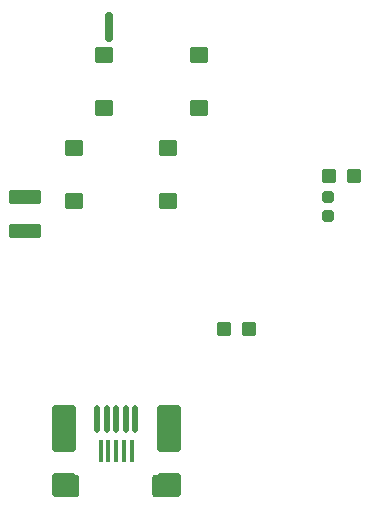
<source format=gbp>
%FSLAX44Y44*%
%MOMM*%
G71*
G01*
G75*
G04 Layer_Color=128*
G04:AMPARAMS|DCode=10|XSize=1mm|YSize=0.95mm|CornerRadius=0.1995mm|HoleSize=0mm|Usage=FLASHONLY|Rotation=90.000|XOffset=0mm|YOffset=0mm|HoleType=Round|Shape=RoundedRectangle|*
%AMROUNDEDRECTD10*
21,1,1.0000,0.5510,0,0,90.0*
21,1,0.6010,0.9500,0,0,90.0*
1,1,0.3990,0.2755,0.3005*
1,1,0.3990,0.2755,-0.3005*
1,1,0.3990,-0.2755,-0.3005*
1,1,0.3990,-0.2755,0.3005*
%
%ADD10ROUNDEDRECTD10*%
G04:AMPARAMS|DCode=11|XSize=1.05mm|YSize=0.65mm|CornerRadius=0.2015mm|HoleSize=0mm|Usage=FLASHONLY|Rotation=0.000|XOffset=0mm|YOffset=0mm|HoleType=Round|Shape=RoundedRectangle|*
%AMROUNDEDRECTD11*
21,1,1.0500,0.2470,0,0,0.0*
21,1,0.6470,0.6500,0,0,0.0*
1,1,0.4030,0.3235,-0.1235*
1,1,0.4030,-0.3235,-0.1235*
1,1,0.4030,-0.3235,0.1235*
1,1,0.4030,0.3235,0.1235*
%
%ADD11ROUNDEDRECTD11*%
G04:AMPARAMS|DCode=12|XSize=1mm|YSize=0.9mm|CornerRadius=0.198mm|HoleSize=0mm|Usage=FLASHONLY|Rotation=270.000|XOffset=0mm|YOffset=0mm|HoleType=Round|Shape=RoundedRectangle|*
%AMROUNDEDRECTD12*
21,1,1.0000,0.5040,0,0,270.0*
21,1,0.6040,0.9000,0,0,270.0*
1,1,0.3960,-0.2520,-0.3020*
1,1,0.3960,-0.2520,0.3020*
1,1,0.3960,0.2520,0.3020*
1,1,0.3960,0.2520,-0.3020*
%
%ADD12ROUNDEDRECTD12*%
G04:AMPARAMS|DCode=13|XSize=1.45mm|YSize=1.15mm|CornerRadius=0.2013mm|HoleSize=0mm|Usage=FLASHONLY|Rotation=270.000|XOffset=0mm|YOffset=0mm|HoleType=Round|Shape=RoundedRectangle|*
%AMROUNDEDRECTD13*
21,1,1.4500,0.7475,0,0,270.0*
21,1,1.0475,1.1500,0,0,270.0*
1,1,0.4025,-0.3738,-0.5238*
1,1,0.4025,-0.3738,0.5238*
1,1,0.4025,0.3738,0.5238*
1,1,0.4025,0.3738,-0.5238*
%
%ADD13ROUNDEDRECTD13*%
G04:AMPARAMS|DCode=14|XSize=2.5mm|YSize=2mm|CornerRadius=0.25mm|HoleSize=0mm|Usage=FLASHONLY|Rotation=270.000|XOffset=0mm|YOffset=0mm|HoleType=Round|Shape=RoundedRectangle|*
%AMROUNDEDRECTD14*
21,1,2.5000,1.5000,0,0,270.0*
21,1,2.0000,2.0000,0,0,270.0*
1,1,0.5000,-0.7500,-1.0000*
1,1,0.5000,-0.7500,1.0000*
1,1,0.5000,0.7500,1.0000*
1,1,0.5000,0.7500,-1.0000*
%
%ADD14ROUNDEDRECTD14*%
G04:AMPARAMS|DCode=15|XSize=1mm|YSize=0.9mm|CornerRadius=0.198mm|HoleSize=0mm|Usage=FLASHONLY|Rotation=0.000|XOffset=0mm|YOffset=0mm|HoleType=Round|Shape=RoundedRectangle|*
%AMROUNDEDRECTD15*
21,1,1.0000,0.5040,0,0,0.0*
21,1,0.6040,0.9000,0,0,0.0*
1,1,0.3960,0.3020,-0.2520*
1,1,0.3960,-0.3020,-0.2520*
1,1,0.3960,-0.3020,0.2520*
1,1,0.3960,0.3020,0.2520*
%
%ADD15ROUNDEDRECTD15*%
%ADD16O,0.5000X2.5000*%
%ADD17O,2.5000X0.5000*%
G04:AMPARAMS|DCode=18|XSize=0.7mm|YSize=1.5mm|CornerRadius=0.175mm|HoleSize=0mm|Usage=FLASHONLY|Rotation=180.000|XOffset=0mm|YOffset=0mm|HoleType=Round|Shape=RoundedRectangle|*
%AMROUNDEDRECTD18*
21,1,0.7000,1.1500,0,0,180.0*
21,1,0.3500,1.5000,0,0,180.0*
1,1,0.3500,-0.1750,0.5750*
1,1,0.3500,0.1750,0.5750*
1,1,0.3500,0.1750,-0.5750*
1,1,0.3500,-0.1750,-0.5750*
%
%ADD18ROUNDEDRECTD18*%
G04:AMPARAMS|DCode=19|XSize=0.8mm|YSize=2mm|CornerRadius=0.2mm|HoleSize=0mm|Usage=FLASHONLY|Rotation=0.000|XOffset=0mm|YOffset=0mm|HoleType=Round|Shape=RoundedRectangle|*
%AMROUNDEDRECTD19*
21,1,0.8000,1.6000,0,0,0.0*
21,1,0.4000,2.0000,0,0,0.0*
1,1,0.4000,0.2000,-0.8000*
1,1,0.4000,-0.2000,-0.8000*
1,1,0.4000,-0.2000,0.8000*
1,1,0.4000,0.2000,0.8000*
%
%ADD19ROUNDEDRECTD19*%
G04:AMPARAMS|DCode=20|XSize=0.7mm|YSize=1mm|CornerRadius=0.175mm|HoleSize=0mm|Usage=FLASHONLY|Rotation=180.000|XOffset=0mm|YOffset=0mm|HoleType=Round|Shape=RoundedRectangle|*
%AMROUNDEDRECTD20*
21,1,0.7000,0.6500,0,0,180.0*
21,1,0.3500,1.0000,0,0,180.0*
1,1,0.3500,-0.1750,0.3250*
1,1,0.3500,0.1750,0.3250*
1,1,0.3500,0.1750,-0.3250*
1,1,0.3500,-0.1750,-0.3250*
%
%ADD20ROUNDEDRECTD20*%
G04:AMPARAMS|DCode=21|XSize=1.2mm|YSize=2mm|CornerRadius=0.3mm|HoleSize=0mm|Usage=FLASHONLY|Rotation=180.000|XOffset=0mm|YOffset=0mm|HoleType=Round|Shape=RoundedRectangle|*
%AMROUNDEDRECTD21*
21,1,1.2000,1.4000,0,0,180.0*
21,1,0.6000,2.0000,0,0,180.0*
1,1,0.6000,-0.3000,0.7000*
1,1,0.6000,0.3000,0.7000*
1,1,0.6000,0.3000,-0.7000*
1,1,0.6000,-0.3000,-0.7000*
%
%ADD21ROUNDEDRECTD21*%
G04:AMPARAMS|DCode=22|XSize=1mm|YSize=0.95mm|CornerRadius=0.1995mm|HoleSize=0mm|Usage=FLASHONLY|Rotation=180.000|XOffset=0mm|YOffset=0mm|HoleType=Round|Shape=RoundedRectangle|*
%AMROUNDEDRECTD22*
21,1,1.0000,0.5510,0,0,180.0*
21,1,0.6010,0.9500,0,0,180.0*
1,1,0.3990,-0.3005,0.2755*
1,1,0.3990,0.3005,0.2755*
1,1,0.3990,0.3005,-0.2755*
1,1,0.3990,-0.3005,-0.2755*
%
%ADD22ROUNDEDRECTD22*%
%ADD23R,0.4000X1.4000*%
G04:AMPARAMS|DCode=24|XSize=1.8mm|YSize=1.9mm|CornerRadius=0.45mm|HoleSize=0mm|Usage=FLASHONLY|Rotation=0.000|XOffset=0mm|YOffset=0mm|HoleType=Round|Shape=RoundedRectangle|*
%AMROUNDEDRECTD24*
21,1,1.8000,1.0000,0,0,0.0*
21,1,0.9000,1.9000,0,0,0.0*
1,1,0.9000,0.4500,-0.5000*
1,1,0.9000,-0.4500,-0.5000*
1,1,0.9000,-0.4500,0.5000*
1,1,0.9000,0.4500,0.5000*
%
%ADD24ROUNDEDRECTD24*%
%ADD25O,0.7000X2.5000*%
%ADD26O,2.5000X0.7000*%
G04:AMPARAMS|DCode=27|XSize=1.1mm|YSize=0.6mm|CornerRadius=0.201mm|HoleSize=0mm|Usage=FLASHONLY|Rotation=180.000|XOffset=0mm|YOffset=0mm|HoleType=Round|Shape=RoundedRectangle|*
%AMROUNDEDRECTD27*
21,1,1.1000,0.1980,0,0,180.0*
21,1,0.6980,0.6000,0,0,180.0*
1,1,0.4020,-0.3490,0.0990*
1,1,0.4020,0.3490,0.0990*
1,1,0.4020,0.3490,-0.0990*
1,1,0.4020,-0.3490,-0.0990*
%
%ADD27ROUNDEDRECTD27*%
G04:AMPARAMS|DCode=28|XSize=2.3mm|YSize=0.5mm|CornerRadius=0.2mm|HoleSize=0mm|Usage=FLASHONLY|Rotation=90.000|XOffset=0mm|YOffset=0mm|HoleType=Round|Shape=RoundedRectangle|*
%AMROUNDEDRECTD28*
21,1,2.3000,0.1000,0,0,90.0*
21,1,1.9000,0.5000,0,0,90.0*
1,1,0.4000,0.0500,0.9500*
1,1,0.4000,0.0500,-0.9500*
1,1,0.4000,-0.0500,-0.9500*
1,1,0.4000,-0.0500,0.9500*
%
%ADD28ROUNDEDRECTD28*%
G04:AMPARAMS|DCode=29|XSize=2.5mm|YSize=2mm|CornerRadius=0.2mm|HoleSize=0mm|Usage=FLASHONLY|Rotation=90.000|XOffset=0mm|YOffset=0mm|HoleType=Round|Shape=RoundedRectangle|*
%AMROUNDEDRECTD29*
21,1,2.5000,1.6000,0,0,90.0*
21,1,2.1000,2.0000,0,0,90.0*
1,1,0.4000,0.8000,1.0500*
1,1,0.4000,0.8000,-1.0500*
1,1,0.4000,-0.8000,-1.0500*
1,1,0.4000,-0.8000,1.0500*
%
%ADD29ROUNDEDRECTD29*%
G04:AMPARAMS|DCode=30|XSize=2.5mm|YSize=1.7mm|CornerRadius=0.204mm|HoleSize=0mm|Usage=FLASHONLY|Rotation=0.000|XOffset=0mm|YOffset=0mm|HoleType=Round|Shape=RoundedRectangle|*
%AMROUNDEDRECTD30*
21,1,2.5000,1.2920,0,0,0.0*
21,1,2.0920,1.7000,0,0,0.0*
1,1,0.4080,1.0460,-0.6460*
1,1,0.4080,-1.0460,-0.6460*
1,1,0.4080,-1.0460,0.6460*
1,1,0.4080,1.0460,0.6460*
%
%ADD30ROUNDEDRECTD30*%
G04:AMPARAMS|DCode=31|XSize=0.5mm|YSize=0.6mm|CornerRadius=0.1625mm|HoleSize=0mm|Usage=FLASHONLY|Rotation=270.000|XOffset=0mm|YOffset=0mm|HoleType=Round|Shape=RoundedRectangle|*
%AMROUNDEDRECTD31*
21,1,0.5000,0.2750,0,0,270.0*
21,1,0.1750,0.6000,0,0,270.0*
1,1,0.3250,-0.1375,-0.0875*
1,1,0.3250,-0.1375,0.0875*
1,1,0.3250,0.1375,0.0875*
1,1,0.3250,0.1375,-0.0875*
%
%ADD31ROUNDEDRECTD31*%
G04:AMPARAMS|DCode=32|XSize=0.67mm|YSize=0.67mm|CornerRadius=0.1508mm|HoleSize=0mm|Usage=FLASHONLY|Rotation=270.000|XOffset=0mm|YOffset=0mm|HoleType=Round|Shape=RoundedRectangle|*
%AMROUNDEDRECTD32*
21,1,0.6700,0.3685,0,0,270.0*
21,1,0.3685,0.6700,0,0,270.0*
1,1,0.3015,-0.1843,-0.1843*
1,1,0.3015,-0.1843,0.1843*
1,1,0.3015,0.1843,0.1843*
1,1,0.3015,0.1843,-0.1843*
%
%ADD32ROUNDEDRECTD32*%
G04:AMPARAMS|DCode=33|XSize=1.05mm|YSize=0.65mm|CornerRadius=0.2015mm|HoleSize=0mm|Usage=FLASHONLY|Rotation=90.000|XOffset=0mm|YOffset=0mm|HoleType=Round|Shape=RoundedRectangle|*
%AMROUNDEDRECTD33*
21,1,1.0500,0.2470,0,0,90.0*
21,1,0.6470,0.6500,0,0,90.0*
1,1,0.4030,0.1235,0.3235*
1,1,0.4030,0.1235,-0.3235*
1,1,0.4030,-0.1235,-0.3235*
1,1,0.4030,-0.1235,0.3235*
%
%ADD33ROUNDEDRECTD33*%
G04:AMPARAMS|DCode=34|XSize=2.5mm|YSize=1.7mm|CornerRadius=0.204mm|HoleSize=0mm|Usage=FLASHONLY|Rotation=90.000|XOffset=0mm|YOffset=0mm|HoleType=Round|Shape=RoundedRectangle|*
%AMROUNDEDRECTD34*
21,1,2.5000,1.2920,0,0,90.0*
21,1,2.0920,1.7000,0,0,90.0*
1,1,0.4080,0.6460,1.0460*
1,1,0.4080,0.6460,-1.0460*
1,1,0.4080,-0.6460,-1.0460*
1,1,0.4080,-0.6460,1.0460*
%
%ADD34ROUNDEDRECTD34*%
%ADD35R,0.4000X1.6000*%
%ADD36C,0.5000*%
%ADD37C,1.2000*%
%ADD38C,0.4000*%
%ADD39C,1.8500*%
%ADD40C,2.2000*%
%ADD41C,1.7000*%
%ADD42C,0.5000*%
G04:AMPARAMS|DCode=43|XSize=1.85mm|YSize=1.85mm|CornerRadius=0.2313mm|HoleSize=0mm|Usage=FLASHONLY|Rotation=270.000|XOffset=0mm|YOffset=0mm|HoleType=Round|Shape=RoundedRectangle|*
%AMROUNDEDRECTD43*
21,1,1.8500,1.3875,0,0,270.0*
21,1,1.3875,1.8500,0,0,270.0*
1,1,0.4625,-0.6937,-0.6937*
1,1,0.4625,-0.6937,0.6937*
1,1,0.4625,0.6937,0.6937*
1,1,0.4625,0.6937,-0.6937*
%
%ADD43ROUNDEDRECTD43*%
%ADD44C,1.8000*%
%ADD45C,2.5000*%
%ADD46C,1.3000*%
G04:AMPARAMS|DCode=47|XSize=1.3mm|YSize=1.3mm|CornerRadius=0.1625mm|HoleSize=0mm|Usage=FLASHONLY|Rotation=180.000|XOffset=0mm|YOffset=0mm|HoleType=Round|Shape=RoundedRectangle|*
%AMROUNDEDRECTD47*
21,1,1.3000,0.9750,0,0,180.0*
21,1,0.9750,1.3000,0,0,180.0*
1,1,0.3250,-0.4875,0.4875*
1,1,0.3250,0.4875,0.4875*
1,1,0.3250,0.4875,-0.4875*
1,1,0.3250,-0.4875,-0.4875*
%
%ADD47ROUNDEDRECTD47*%
%ADD48C,2.0000*%
G04:AMPARAMS|DCode=49|XSize=2mm|YSize=2mm|CornerRadius=0.25mm|HoleSize=0mm|Usage=FLASHONLY|Rotation=0.000|XOffset=0mm|YOffset=0mm|HoleType=Round|Shape=RoundedRectangle|*
%AMROUNDEDRECTD49*
21,1,2.0000,1.5000,0,0,0.0*
21,1,1.5000,2.0000,0,0,0.0*
1,1,0.5000,0.7500,-0.7500*
1,1,0.5000,-0.7500,-0.7500*
1,1,0.5000,-0.7500,0.7500*
1,1,0.5000,0.7500,0.7500*
%
%ADD49ROUNDEDRECTD49*%
G04:AMPARAMS|DCode=50|XSize=2.2mm|YSize=2.2mm|CornerRadius=0.275mm|HoleSize=0mm|Usage=FLASHONLY|Rotation=90.000|XOffset=0mm|YOffset=0mm|HoleType=Round|Shape=RoundedRectangle|*
%AMROUNDEDRECTD50*
21,1,2.2000,1.6500,0,0,90.0*
21,1,1.6500,2.2000,0,0,90.0*
1,1,0.5500,0.8250,0.8250*
1,1,0.5500,0.8250,-0.8250*
1,1,0.5500,-0.8250,-0.8250*
1,1,0.5500,-0.8250,0.8250*
%
%ADD50ROUNDEDRECTD50*%
G04:AMPARAMS|DCode=51|XSize=1.4mm|YSize=1.4mm|CornerRadius=0.175mm|HoleSize=0mm|Usage=FLASHONLY|Rotation=0.000|XOffset=0mm|YOffset=0mm|HoleType=Round|Shape=RoundedRectangle|*
%AMROUNDEDRECTD51*
21,1,1.4000,1.0500,0,0,0.0*
21,1,1.0500,1.4000,0,0,0.0*
1,1,0.3500,0.5250,-0.5250*
1,1,0.3500,-0.5250,-0.5250*
1,1,0.3500,-0.5250,0.5250*
1,1,0.3500,0.5250,0.5250*
%
%ADD51ROUNDEDRECTD51*%
G04:AMPARAMS|DCode=52|XSize=1mm|YSize=1mm|CornerRadius=0.25mm|HoleSize=0mm|Usage=FLASHONLY|Rotation=90.000|XOffset=0mm|YOffset=0mm|HoleType=Round|Shape=RoundedRectangle|*
%AMROUNDEDRECTD52*
21,1,1.0000,0.5000,0,0,90.0*
21,1,0.5000,1.0000,0,0,90.0*
1,1,0.5000,0.2500,0.2500*
1,1,0.5000,0.2500,-0.2500*
1,1,0.5000,-0.2500,-0.2500*
1,1,0.5000,-0.2500,0.2500*
%
%ADD52ROUNDEDRECTD52*%
%ADD53C,0.1000*%
%ADD54C,7.0000*%
G04:AMPARAMS|DCode=55|XSize=0.9mm|YSize=2.8mm|CornerRadius=0.225mm|HoleSize=0mm|Usage=FLASHONLY|Rotation=90.000|XOffset=0mm|YOffset=0mm|HoleType=Round|Shape=RoundedRectangle|*
%AMROUNDEDRECTD55*
21,1,0.9000,2.3500,0,0,90.0*
21,1,0.4500,2.8000,0,0,90.0*
1,1,0.4500,1.1750,0.2250*
1,1,0.4500,1.1750,-0.2250*
1,1,0.4500,-1.1750,-0.2250*
1,1,0.4500,-1.1750,0.2250*
%
%ADD55ROUNDEDRECTD55*%
%ADD56C,2.7000*%
%ADD57C,1.2000*%
%ADD58C,0.8000*%
G04:AMPARAMS|DCode=59|XSize=2mm|YSize=2mm|CornerRadius=0.2mm|HoleSize=0mm|Usage=FLASHONLY|Rotation=90.000|XOffset=0mm|YOffset=0mm|HoleType=Round|Shape=RoundedRectangle|*
%AMROUNDEDRECTD59*
21,1,2.0000,1.6000,0,0,90.0*
21,1,1.6000,2.0000,0,0,90.0*
1,1,0.4000,0.8000,0.8000*
1,1,0.4000,0.8000,-0.8000*
1,1,0.4000,-0.8000,-0.8000*
1,1,0.4000,-0.8000,0.8000*
%
%ADD59ROUNDEDRECTD59*%
G04:AMPARAMS|DCode=60|XSize=1.7mm|YSize=1.9mm|CornerRadius=0.2125mm|HoleSize=0mm|Usage=FLASHONLY|Rotation=180.000|XOffset=0mm|YOffset=0mm|HoleType=Round|Shape=RoundedRectangle|*
%AMROUNDEDRECTD60*
21,1,1.7000,1.4750,0,0,180.0*
21,1,1.2750,1.9000,0,0,180.0*
1,1,0.4250,-0.6375,0.7375*
1,1,0.4250,0.6375,0.7375*
1,1,0.4250,0.6375,-0.7375*
1,1,0.4250,-0.6375,-0.7375*
%
%ADD60ROUNDEDRECTD60*%
G04:AMPARAMS|DCode=61|XSize=1.8mm|YSize=1.9mm|CornerRadius=0.225mm|HoleSize=0mm|Usage=FLASHONLY|Rotation=180.000|XOffset=0mm|YOffset=0mm|HoleType=Round|Shape=RoundedRectangle|*
%AMROUNDEDRECTD61*
21,1,1.8000,1.4500,0,0,180.0*
21,1,1.3500,1.9000,0,0,180.0*
1,1,0.4500,-0.6750,0.7250*
1,1,0.4500,0.6750,0.7250*
1,1,0.4500,0.6750,-0.7250*
1,1,0.4500,-0.6750,-0.7250*
%
%ADD61ROUNDEDRECTD61*%
G04:AMPARAMS|DCode=62|XSize=1.6mm|YSize=1.3mm|CornerRadius=0.2015mm|HoleSize=0mm|Usage=FLASHONLY|Rotation=180.000|XOffset=0mm|YOffset=0mm|HoleType=Round|Shape=RoundedRectangle|*
%AMROUNDEDRECTD62*
21,1,1.6000,0.8970,0,0,180.0*
21,1,1.1970,1.3000,0,0,180.0*
1,1,0.4030,-0.5985,0.4485*
1,1,0.4030,0.5985,0.4485*
1,1,0.4030,0.5985,-0.4485*
1,1,0.4030,-0.5985,-0.4485*
%
%ADD62ROUNDEDRECTD62*%
G04:AMPARAMS|DCode=63|XSize=2.7mm|YSize=1.2mm|CornerRadius=0.21mm|HoleSize=0mm|Usage=FLASHONLY|Rotation=0.000|XOffset=0mm|YOffset=0mm|HoleType=Round|Shape=RoundedRectangle|*
%AMROUNDEDRECTD63*
21,1,2.7000,0.7800,0,0,0.0*
21,1,2.2800,1.2000,0,0,0.0*
1,1,0.4200,1.1400,-0.3900*
1,1,0.4200,-1.1400,-0.3900*
1,1,0.4200,-1.1400,0.3900*
1,1,0.4200,1.1400,0.3900*
%
%ADD63ROUNDEDRECTD63*%
G04:AMPARAMS|DCode=64|XSize=1.2mm|YSize=1.2mm|CornerRadius=0.198mm|HoleSize=0mm|Usage=FLASHONLY|Rotation=0.000|XOffset=0mm|YOffset=0mm|HoleType=Round|Shape=RoundedRectangle|*
%AMROUNDEDRECTD64*
21,1,1.2000,0.8040,0,0,0.0*
21,1,0.8040,1.2000,0,0,0.0*
1,1,0.3960,0.4020,-0.4020*
1,1,0.3960,-0.4020,-0.4020*
1,1,0.3960,-0.4020,0.4020*
1,1,0.3960,0.4020,0.4020*
%
%ADD64ROUNDEDRECTD64*%
G04:AMPARAMS|DCode=65|XSize=0.7mm|YSize=2.5mm|CornerRadius=0.175mm|HoleSize=0mm|Usage=FLASHONLY|Rotation=0.000|XOffset=0mm|YOffset=0mm|HoleType=Round|Shape=RoundedRectangle|*
%AMROUNDEDRECTD65*
21,1,0.7000,2.1500,0,0,0.0*
21,1,0.3500,2.5000,0,0,0.0*
1,1,0.3500,0.1750,-1.0750*
1,1,0.3500,-0.1750,-1.0750*
1,1,0.3500,-0.1750,1.0750*
1,1,0.3500,0.1750,1.0750*
%
%ADD65ROUNDEDRECTD65*%
%ADD66C,0.3000*%
%ADD67C,5.0000*%
%ADD68C,0.2000*%
%ADD69C,0.2500*%
%ADD70C,0.1500*%
%ADD71C,0.1000*%
%ADD72C,0.2540*%
G04:AMPARAMS|DCode=73|XSize=1.15mm|YSize=1.1mm|CornerRadius=0.2745mm|HoleSize=0mm|Usage=FLASHONLY|Rotation=90.000|XOffset=0mm|YOffset=0mm|HoleType=Round|Shape=RoundedRectangle|*
%AMROUNDEDRECTD73*
21,1,1.1500,0.5510,0,0,90.0*
21,1,0.6010,1.1000,0,0,90.0*
1,1,0.5490,0.2755,0.3005*
1,1,0.5490,0.2755,-0.3005*
1,1,0.5490,-0.2755,-0.3005*
1,1,0.5490,-0.2755,0.3005*
%
%ADD73ROUNDEDRECTD73*%
G04:AMPARAMS|DCode=74|XSize=1.2mm|YSize=0.8mm|CornerRadius=0.2765mm|HoleSize=0mm|Usage=FLASHONLY|Rotation=0.000|XOffset=0mm|YOffset=0mm|HoleType=Round|Shape=RoundedRectangle|*
%AMROUNDEDRECTD74*
21,1,1.2000,0.2470,0,0,0.0*
21,1,0.6470,0.8000,0,0,0.0*
1,1,0.5530,0.3235,-0.1235*
1,1,0.5530,-0.3235,-0.1235*
1,1,0.5530,-0.3235,0.1235*
1,1,0.5530,0.3235,0.1235*
%
%ADD74ROUNDEDRECTD74*%
G04:AMPARAMS|DCode=75|XSize=1.15mm|YSize=1.05mm|CornerRadius=0.273mm|HoleSize=0mm|Usage=FLASHONLY|Rotation=270.000|XOffset=0mm|YOffset=0mm|HoleType=Round|Shape=RoundedRectangle|*
%AMROUNDEDRECTD75*
21,1,1.1500,0.5040,0,0,270.0*
21,1,0.6040,1.0500,0,0,270.0*
1,1,0.5460,-0.2520,-0.3020*
1,1,0.5460,-0.2520,0.3020*
1,1,0.5460,0.2520,0.3020*
1,1,0.5460,0.2520,-0.3020*
%
%ADD75ROUNDEDRECTD75*%
G04:AMPARAMS|DCode=76|XSize=1.6mm|YSize=1.3mm|CornerRadius=0.2763mm|HoleSize=0mm|Usage=FLASHONLY|Rotation=270.000|XOffset=0mm|YOffset=0mm|HoleType=Round|Shape=RoundedRectangle|*
%AMROUNDEDRECTD76*
21,1,1.6000,0.7475,0,0,270.0*
21,1,1.0475,1.3000,0,0,270.0*
1,1,0.5525,-0.3738,-0.5238*
1,1,0.5525,-0.3738,0.5238*
1,1,0.5525,0.3738,0.5238*
1,1,0.5525,0.3738,-0.5238*
%
%ADD76ROUNDEDRECTD76*%
G04:AMPARAMS|DCode=77|XSize=2.7032mm|YSize=2.2032mm|CornerRadius=0.3516mm|HoleSize=0mm|Usage=FLASHONLY|Rotation=270.000|XOffset=0mm|YOffset=0mm|HoleType=Round|Shape=RoundedRectangle|*
%AMROUNDEDRECTD77*
21,1,2.7032,1.5000,0,0,270.0*
21,1,2.0000,2.2032,0,0,270.0*
1,1,0.7032,-0.7500,-1.0000*
1,1,0.7032,-0.7500,1.0000*
1,1,0.7032,0.7500,1.0000*
1,1,0.7032,0.7500,-1.0000*
%
%ADD77ROUNDEDRECTD77*%
G04:AMPARAMS|DCode=78|XSize=1.15mm|YSize=1.05mm|CornerRadius=0.273mm|HoleSize=0mm|Usage=FLASHONLY|Rotation=0.000|XOffset=0mm|YOffset=0mm|HoleType=Round|Shape=RoundedRectangle|*
%AMROUNDEDRECTD78*
21,1,1.1500,0.5040,0,0,0.0*
21,1,0.6040,1.0500,0,0,0.0*
1,1,0.5460,0.3020,-0.2520*
1,1,0.5460,-0.3020,-0.2520*
1,1,0.5460,-0.3020,0.2520*
1,1,0.5460,0.3020,0.2520*
%
%ADD78ROUNDEDRECTD78*%
G04:AMPARAMS|DCode=79|XSize=1.0032mm|YSize=2.2032mm|CornerRadius=0.3016mm|HoleSize=0mm|Usage=FLASHONLY|Rotation=0.000|XOffset=0mm|YOffset=0mm|HoleType=Round|Shape=RoundedRectangle|*
%AMROUNDEDRECTD79*
21,1,1.0032,1.6000,0,0,0.0*
21,1,0.4000,2.2032,0,0,0.0*
1,1,0.6032,0.2000,-0.8000*
1,1,0.6032,-0.2000,-0.8000*
1,1,0.6032,-0.2000,0.8000*
1,1,0.6032,0.2000,0.8000*
%
%ADD79ROUNDEDRECTD79*%
G04:AMPARAMS|DCode=80|XSize=0.9032mm|YSize=1.2032mm|CornerRadius=0.2766mm|HoleSize=0mm|Usage=FLASHONLY|Rotation=180.000|XOffset=0mm|YOffset=0mm|HoleType=Round|Shape=RoundedRectangle|*
%AMROUNDEDRECTD80*
21,1,0.9032,0.6500,0,0,180.0*
21,1,0.3500,1.2032,0,0,180.0*
1,1,0.5532,-0.1750,0.3250*
1,1,0.5532,0.1750,0.3250*
1,1,0.5532,0.1750,-0.3250*
1,1,0.5532,-0.1750,-0.3250*
%
%ADD80ROUNDEDRECTD80*%
G04:AMPARAMS|DCode=81|XSize=1.3mm|YSize=2.1mm|CornerRadius=0.35mm|HoleSize=0mm|Usage=FLASHONLY|Rotation=180.000|XOffset=0mm|YOffset=0mm|HoleType=Round|Shape=RoundedRectangle|*
%AMROUNDEDRECTD81*
21,1,1.3000,1.4000,0,0,180.0*
21,1,0.6000,2.1000,0,0,180.0*
1,1,0.7000,-0.3000,0.7000*
1,1,0.7000,0.3000,0.7000*
1,1,0.7000,0.3000,-0.7000*
1,1,0.7000,-0.3000,-0.7000*
%
%ADD81ROUNDEDRECTD81*%
G04:AMPARAMS|DCode=82|XSize=1.15mm|YSize=1.1mm|CornerRadius=0.2745mm|HoleSize=0mm|Usage=FLASHONLY|Rotation=180.000|XOffset=0mm|YOffset=0mm|HoleType=Round|Shape=RoundedRectangle|*
%AMROUNDEDRECTD82*
21,1,1.1500,0.5510,0,0,180.0*
21,1,0.6010,1.1000,0,0,180.0*
1,1,0.5490,-0.3005,0.2755*
1,1,0.5490,0.3005,0.2755*
1,1,0.5490,0.3005,-0.2755*
1,1,0.5490,-0.3005,-0.2755*
%
%ADD82ROUNDEDRECTD82*%
%ADD83R,0.6032X1.6032*%
G04:AMPARAMS|DCode=84|XSize=2.0032mm|YSize=2.1032mm|CornerRadius=0.5516mm|HoleSize=0mm|Usage=FLASHONLY|Rotation=0.000|XOffset=0mm|YOffset=0mm|HoleType=Round|Shape=RoundedRectangle|*
%AMROUNDEDRECTD84*
21,1,2.0032,1.0000,0,0,0.0*
21,1,0.9000,2.1032,0,0,0.0*
1,1,1.1032,0.4500,-0.5000*
1,1,1.1032,-0.4500,-0.5000*
1,1,1.1032,-0.4500,0.5000*
1,1,1.1032,0.4500,0.5000*
%
%ADD84ROUNDEDRECTD84*%
%ADD85O,0.8500X2.6500*%
%ADD86O,2.6500X0.8500*%
G04:AMPARAMS|DCode=87|XSize=1.25mm|YSize=0.75mm|CornerRadius=0.276mm|HoleSize=0mm|Usage=FLASHONLY|Rotation=180.000|XOffset=0mm|YOffset=0mm|HoleType=Round|Shape=RoundedRectangle|*
%AMROUNDEDRECTD87*
21,1,1.2500,0.1980,0,0,180.0*
21,1,0.6980,0.7500,0,0,180.0*
1,1,0.5520,-0.3490,0.0990*
1,1,0.5520,0.3490,0.0990*
1,1,0.5520,0.3490,-0.0990*
1,1,0.5520,-0.3490,-0.0990*
%
%ADD87ROUNDEDRECTD87*%
G04:AMPARAMS|DCode=88|XSize=2.45mm|YSize=0.65mm|CornerRadius=0.275mm|HoleSize=0mm|Usage=FLASHONLY|Rotation=90.000|XOffset=0mm|YOffset=0mm|HoleType=Round|Shape=RoundedRectangle|*
%AMROUNDEDRECTD88*
21,1,2.4500,0.1000,0,0,90.0*
21,1,1.9000,0.6500,0,0,90.0*
1,1,0.5500,0.0500,0.9500*
1,1,0.5500,0.0500,-0.9500*
1,1,0.5500,-0.0500,-0.9500*
1,1,0.5500,-0.0500,0.9500*
%
%ADD88ROUNDEDRECTD88*%
G04:AMPARAMS|DCode=89|XSize=2.65mm|YSize=2.15mm|CornerRadius=0.275mm|HoleSize=0mm|Usage=FLASHONLY|Rotation=90.000|XOffset=0mm|YOffset=0mm|HoleType=Round|Shape=RoundedRectangle|*
%AMROUNDEDRECTD89*
21,1,2.6500,1.6000,0,0,90.0*
21,1,2.1000,2.1500,0,0,90.0*
1,1,0.5500,0.8000,1.0500*
1,1,0.5500,0.8000,-1.0500*
1,1,0.5500,-0.8000,-1.0500*
1,1,0.5500,-0.8000,1.0500*
%
%ADD89ROUNDEDRECTD89*%
G04:AMPARAMS|DCode=90|XSize=2.65mm|YSize=1.85mm|CornerRadius=0.279mm|HoleSize=0mm|Usage=FLASHONLY|Rotation=0.000|XOffset=0mm|YOffset=0mm|HoleType=Round|Shape=RoundedRectangle|*
%AMROUNDEDRECTD90*
21,1,2.6500,1.2920,0,0,0.0*
21,1,2.0920,1.8500,0,0,0.0*
1,1,0.5580,1.0460,-0.6460*
1,1,0.5580,-1.0460,-0.6460*
1,1,0.5580,-1.0460,0.6460*
1,1,0.5580,1.0460,0.6460*
%
%ADD90ROUNDEDRECTD90*%
G04:AMPARAMS|DCode=91|XSize=0.6mm|YSize=0.7mm|CornerRadius=0.2125mm|HoleSize=0mm|Usage=FLASHONLY|Rotation=270.000|XOffset=0mm|YOffset=0mm|HoleType=Round|Shape=RoundedRectangle|*
%AMROUNDEDRECTD91*
21,1,0.6000,0.2750,0,0,270.0*
21,1,0.1750,0.7000,0,0,270.0*
1,1,0.4250,-0.1375,-0.0875*
1,1,0.4250,-0.1375,0.0875*
1,1,0.4250,0.1375,0.0875*
1,1,0.4250,0.1375,-0.0875*
%
%ADD91ROUNDEDRECTD91*%
G04:AMPARAMS|DCode=92|XSize=0.77mm|YSize=0.77mm|CornerRadius=0.2008mm|HoleSize=0mm|Usage=FLASHONLY|Rotation=270.000|XOffset=0mm|YOffset=0mm|HoleType=Round|Shape=RoundedRectangle|*
%AMROUNDEDRECTD92*
21,1,0.7700,0.3685,0,0,270.0*
21,1,0.3685,0.7700,0,0,270.0*
1,1,0.4015,-0.1843,-0.1843*
1,1,0.4015,-0.1843,0.1843*
1,1,0.4015,0.1843,0.1843*
1,1,0.4015,0.1843,-0.1843*
%
%ADD92ROUNDEDRECTD92*%
G04:AMPARAMS|DCode=93|XSize=1.2mm|YSize=0.8mm|CornerRadius=0.2765mm|HoleSize=0mm|Usage=FLASHONLY|Rotation=90.000|XOffset=0mm|YOffset=0mm|HoleType=Round|Shape=RoundedRectangle|*
%AMROUNDEDRECTD93*
21,1,1.2000,0.2470,0,0,90.0*
21,1,0.6470,0.8000,0,0,90.0*
1,1,0.5530,0.1235,0.3235*
1,1,0.5530,0.1235,-0.3235*
1,1,0.5530,-0.1235,-0.3235*
1,1,0.5530,-0.1235,0.3235*
%
%ADD93ROUNDEDRECTD93*%
G04:AMPARAMS|DCode=94|XSize=2.65mm|YSize=1.85mm|CornerRadius=0.279mm|HoleSize=0mm|Usage=FLASHONLY|Rotation=90.000|XOffset=0mm|YOffset=0mm|HoleType=Round|Shape=RoundedRectangle|*
%AMROUNDEDRECTD94*
21,1,2.6500,1.2920,0,0,90.0*
21,1,2.0920,1.8500,0,0,90.0*
1,1,0.5580,0.6460,1.0460*
1,1,0.5580,0.6460,-1.0460*
1,1,0.5580,-0.6460,-1.0460*
1,1,0.5580,-0.6460,1.0460*
%
%ADD94ROUNDEDRECTD94*%
%ADD95R,0.6032X1.8032*%
%ADD96C,2.3500*%
%ADD97C,1.8500*%
G04:AMPARAMS|DCode=98|XSize=2mm|YSize=2mm|CornerRadius=0.3063mm|HoleSize=0mm|Usage=FLASHONLY|Rotation=270.000|XOffset=0mm|YOffset=0mm|HoleType=Round|Shape=RoundedRectangle|*
%AMROUNDEDRECTD98*
21,1,2.0000,1.3875,0,0,270.0*
21,1,1.3875,2.0000,0,0,270.0*
1,1,0.6125,-0.6937,-0.6937*
1,1,0.6125,-0.6937,0.6937*
1,1,0.6125,0.6937,0.6937*
1,1,0.6125,0.6937,-0.6937*
%
%ADD98ROUNDEDRECTD98*%
%ADD99C,1.9500*%
%ADD100C,2.7032*%
%ADD101C,1.5032*%
G04:AMPARAMS|DCode=102|XSize=1.5032mm|YSize=1.5032mm|CornerRadius=0.2641mm|HoleSize=0mm|Usage=FLASHONLY|Rotation=180.000|XOffset=0mm|YOffset=0mm|HoleType=Round|Shape=RoundedRectangle|*
%AMROUNDEDRECTD102*
21,1,1.5032,0.9750,0,0,180.0*
21,1,0.9750,1.5032,0,0,180.0*
1,1,0.5282,-0.4875,0.4875*
1,1,0.5282,0.4875,0.4875*
1,1,0.5282,0.4875,-0.4875*
1,1,0.5282,-0.4875,-0.4875*
%
%ADD102ROUNDEDRECTD102*%
%ADD103C,2.1500*%
G04:AMPARAMS|DCode=104|XSize=2.15mm|YSize=2.15mm|CornerRadius=0.325mm|HoleSize=0mm|Usage=FLASHONLY|Rotation=0.000|XOffset=0mm|YOffset=0mm|HoleType=Round|Shape=RoundedRectangle|*
%AMROUNDEDRECTD104*
21,1,2.1500,1.5000,0,0,0.0*
21,1,1.5000,2.1500,0,0,0.0*
1,1,0.6500,0.7500,-0.7500*
1,1,0.6500,-0.7500,-0.7500*
1,1,0.6500,-0.7500,0.7500*
1,1,0.6500,0.7500,0.7500*
%
%ADD104ROUNDEDRECTD104*%
G04:AMPARAMS|DCode=105|XSize=2.35mm|YSize=2.35mm|CornerRadius=0.35mm|HoleSize=0mm|Usage=FLASHONLY|Rotation=90.000|XOffset=0mm|YOffset=0mm|HoleType=Round|Shape=RoundedRectangle|*
%AMROUNDEDRECTD105*
21,1,2.3500,1.6500,0,0,90.0*
21,1,1.6500,2.3500,0,0,90.0*
1,1,0.7000,0.8250,0.8250*
1,1,0.7000,0.8250,-0.8250*
1,1,0.7000,-0.8250,-0.8250*
1,1,0.7000,-0.8250,0.8250*
%
%ADD105ROUNDEDRECTD105*%
G04:AMPARAMS|DCode=106|XSize=1.55mm|YSize=1.55mm|CornerRadius=0.25mm|HoleSize=0mm|Usage=FLASHONLY|Rotation=0.000|XOffset=0mm|YOffset=0mm|HoleType=Round|Shape=RoundedRectangle|*
%AMROUNDEDRECTD106*
21,1,1.5500,1.0500,0,0,0.0*
21,1,1.0500,1.5500,0,0,0.0*
1,1,0.5000,0.5250,-0.5250*
1,1,0.5000,-0.5250,-0.5250*
1,1,0.5000,-0.5250,0.5250*
1,1,0.5000,0.5250,0.5250*
%
%ADD106ROUNDEDRECTD106*%
%ADD107C,1.4500*%
G04:AMPARAMS|DCode=108|XSize=1.1mm|YSize=1.1mm|CornerRadius=0.3mm|HoleSize=0mm|Usage=FLASHONLY|Rotation=90.000|XOffset=0mm|YOffset=0mm|HoleType=Round|Shape=RoundedRectangle|*
%AMROUNDEDRECTD108*
21,1,1.1000,0.5000,0,0,90.0*
21,1,0.5000,1.1000,0,0,90.0*
1,1,0.6000,0.2500,0.2500*
1,1,0.6000,0.2500,-0.2500*
1,1,0.6000,-0.2500,-0.2500*
1,1,0.6000,-0.2500,0.2500*
%
%ADD108ROUNDEDRECTD108*%
%ADD109C,0.7032*%
%ADD110C,0.6500*%
%ADD111C,7.2032*%
G04:AMPARAMS|DCode=112|XSize=1.45mm|YSize=1.45mm|CornerRadius=0.2375mm|HoleSize=0mm|Usage=FLASHONLY|Rotation=180.000|XOffset=0mm|YOffset=0mm|HoleType=Round|Shape=RoundedRectangle|*
%AMROUNDEDRECTD112*
21,1,1.4500,0.9750,0,0,180.0*
21,1,0.9750,1.4500,0,0,180.0*
1,1,0.4750,-0.4875,0.4875*
1,1,0.4750,0.4875,0.4875*
1,1,0.4750,0.4875,-0.4875*
1,1,0.4750,-0.4875,-0.4875*
%
%ADD112ROUNDEDRECTD112*%
G04:AMPARAMS|DCode=113|XSize=1mm|YSize=2.9mm|CornerRadius=0.275mm|HoleSize=0mm|Usage=FLASHONLY|Rotation=90.000|XOffset=0mm|YOffset=0mm|HoleType=Round|Shape=RoundedRectangle|*
%AMROUNDEDRECTD113*
21,1,1.0000,2.3500,0,0,90.0*
21,1,0.4500,2.9000,0,0,90.0*
1,1,0.5500,1.1750,0.2250*
1,1,0.5500,1.1750,-0.2250*
1,1,0.5500,-1.1750,-0.2250*
1,1,0.5500,-1.1750,0.2250*
%
%ADD113ROUNDEDRECTD113*%
%ADD114C,2.9032*%
%ADD115C,1.4032*%
G04:AMPARAMS|DCode=116|XSize=2.15mm|YSize=2.15mm|CornerRadius=0.275mm|HoleSize=0mm|Usage=FLASHONLY|Rotation=90.000|XOffset=0mm|YOffset=0mm|HoleType=Round|Shape=RoundedRectangle|*
%AMROUNDEDRECTD116*
21,1,2.1500,1.6000,0,0,90.0*
21,1,1.6000,2.1500,0,0,90.0*
1,1,0.5500,0.8000,0.8000*
1,1,0.5500,0.8000,-0.8000*
1,1,0.5500,-0.8000,-0.8000*
1,1,0.5500,-0.8000,0.8000*
%
%ADD116ROUNDEDRECTD116*%
G04:AMPARAMS|DCode=117|XSize=1.9032mm|YSize=2.1032mm|CornerRadius=0.3141mm|HoleSize=0mm|Usage=FLASHONLY|Rotation=180.000|XOffset=0mm|YOffset=0mm|HoleType=Round|Shape=RoundedRectangle|*
%AMROUNDEDRECTD117*
21,1,1.9032,1.4750,0,0,180.0*
21,1,1.2750,2.1032,0,0,180.0*
1,1,0.6282,-0.6375,0.7375*
1,1,0.6282,0.6375,0.7375*
1,1,0.6282,0.6375,-0.7375*
1,1,0.6282,-0.6375,-0.7375*
%
%ADD117ROUNDEDRECTD117*%
G04:AMPARAMS|DCode=118|XSize=2.0032mm|YSize=2.1032mm|CornerRadius=0.3266mm|HoleSize=0mm|Usage=FLASHONLY|Rotation=180.000|XOffset=0mm|YOffset=0mm|HoleType=Round|Shape=RoundedRectangle|*
%AMROUNDEDRECTD118*
21,1,2.0032,1.4500,0,0,180.0*
21,1,1.3500,2.1032,0,0,180.0*
1,1,0.6532,-0.6750,0.7250*
1,1,0.6532,0.6750,0.7250*
1,1,0.6532,0.6750,-0.7250*
1,1,0.6532,-0.6750,-0.7250*
%
%ADD118ROUNDEDRECTD118*%
G04:AMPARAMS|DCode=119|XSize=1.75mm|YSize=1.45mm|CornerRadius=0.2765mm|HoleSize=0mm|Usage=FLASHONLY|Rotation=180.000|XOffset=0mm|YOffset=0mm|HoleType=Round|Shape=RoundedRectangle|*
%AMROUNDEDRECTD119*
21,1,1.7500,0.8970,0,0,180.0*
21,1,1.1970,1.4500,0,0,180.0*
1,1,0.5530,-0.5985,0.4485*
1,1,0.5530,0.5985,0.4485*
1,1,0.5530,0.5985,-0.4485*
1,1,0.5530,-0.5985,-0.4485*
%
%ADD119ROUNDEDRECTD119*%
G04:AMPARAMS|DCode=120|XSize=2.85mm|YSize=1.35mm|CornerRadius=0.285mm|HoleSize=0mm|Usage=FLASHONLY|Rotation=0.000|XOffset=0mm|YOffset=0mm|HoleType=Round|Shape=RoundedRectangle|*
%AMROUNDEDRECTD120*
21,1,2.8500,0.7800,0,0,0.0*
21,1,2.2800,1.3500,0,0,0.0*
1,1,0.5700,1.1400,-0.3900*
1,1,0.5700,-1.1400,-0.3900*
1,1,0.5700,-1.1400,0.3900*
1,1,0.5700,1.1400,0.3900*
%
%ADD120ROUNDEDRECTD120*%
G04:AMPARAMS|DCode=121|XSize=1.35mm|YSize=1.35mm|CornerRadius=0.273mm|HoleSize=0mm|Usage=FLASHONLY|Rotation=0.000|XOffset=0mm|YOffset=0mm|HoleType=Round|Shape=RoundedRectangle|*
%AMROUNDEDRECTD121*
21,1,1.3500,0.8040,0,0,0.0*
21,1,0.8040,1.3500,0,0,0.0*
1,1,0.5460,0.4020,-0.4020*
1,1,0.5460,-0.4020,-0.4020*
1,1,0.5460,-0.4020,0.4020*
1,1,0.5460,0.4020,0.4020*
%
%ADD121ROUNDEDRECTD121*%
%ADD122C,5.2032*%
D14*
X55500Y8000D02*
D03*
X144500D02*
D03*
D22*
X279000Y195000D02*
D03*
Y211000D02*
D03*
D23*
X87000Y-7000D02*
D03*
X113000D02*
D03*
X93500D02*
D03*
X106500D02*
D03*
X100000D02*
D03*
D28*
X116000Y23250D02*
D03*
X108000D02*
D03*
X100000D02*
D03*
X92000D02*
D03*
X84000D02*
D03*
D29*
X55500Y22250D02*
D03*
X144500D02*
D03*
D35*
X100000Y-2750D02*
D03*
X106500D02*
D03*
X93500D02*
D03*
X113000D02*
D03*
X87000D02*
D03*
D59*
X55500Y-32750D02*
D03*
X144500D02*
D03*
D60*
X60000Y-33500D02*
D03*
D61*
X140000D02*
D03*
D62*
X170000Y286249D02*
D03*
X90000D02*
D03*
X170000Y331249D02*
D03*
X90000D02*
D03*
X64000Y252500D02*
D03*
X144000D02*
D03*
X64000Y207500D02*
D03*
X144000D02*
D03*
D63*
X23200Y182200D02*
D03*
Y211200D02*
D03*
D64*
X301500Y229000D02*
D03*
X280500D02*
D03*
X191500Y99250D02*
D03*
X212500D02*
D03*
D65*
X94000Y355000D02*
D03*
M02*

</source>
